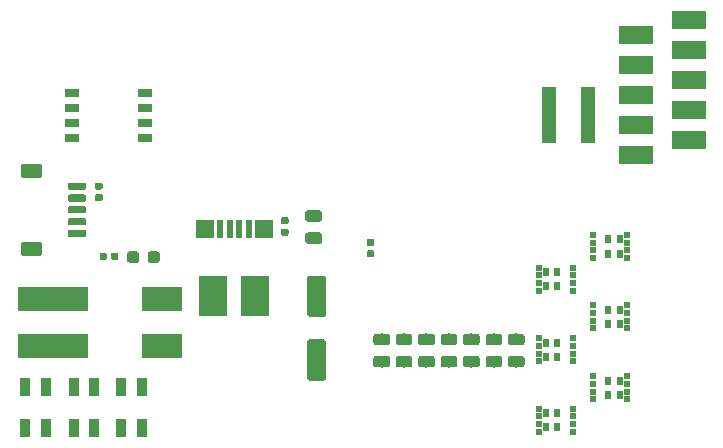
<source format=gbr>
G04 #@! TF.GenerationSoftware,KiCad,Pcbnew,5.1.3-ffb9f22~84~ubuntu18.04.1*
G04 #@! TF.CreationDate,2019-10-12T08:12:31-07:00*
G04 #@! TF.ProjectId,board,626f6172-642e-46b6-9963-61645f706362,rev?*
G04 #@! TF.SameCoordinates,Original*
G04 #@! TF.FileFunction,Paste,Top*
G04 #@! TF.FilePolarity,Positive*
%FSLAX46Y46*%
G04 Gerber Fmt 4.6, Leading zero omitted, Abs format (unit mm)*
G04 Created by KiCad (PCBNEW 5.1.3-ffb9f22~84~ubuntu18.04.1) date 2019-10-12 08:12:31*
%MOMM*%
%LPD*%
G04 APERTURE LIST*
%ADD10C,0.100000*%
%ADD11C,0.975000*%
%ADD12C,0.600000*%
%ADD13C,1.200000*%
%ADD14R,0.570000X0.738000*%
%ADD15R,0.630000X0.500000*%
%ADD16R,1.250000X0.760000*%
%ADD17R,0.850000X1.600000*%
%ADD18C,1.600000*%
%ADD19R,3.000000X1.500000*%
%ADD20C,0.950000*%
%ADD21C,0.590000*%
%ADD22R,3.500000X2.000000*%
%ADD23R,6.000000X2.000000*%
%ADD24R,1.500000X1.600000*%
%ADD25R,0.500000X1.600000*%
%ADD26R,2.400000X3.480000*%
%ADD27R,1.180000X4.700000*%
G04 APERTURE END LIST*
D10*
G36*
X119225142Y-121101174D02*
G01*
X119248803Y-121104684D01*
X119272007Y-121110496D01*
X119294529Y-121118554D01*
X119316153Y-121128782D01*
X119336670Y-121141079D01*
X119355883Y-121155329D01*
X119373607Y-121171393D01*
X119389671Y-121189117D01*
X119403921Y-121208330D01*
X119416218Y-121228847D01*
X119426446Y-121250471D01*
X119434504Y-121272993D01*
X119440316Y-121296197D01*
X119443826Y-121319858D01*
X119445000Y-121343750D01*
X119445000Y-121831250D01*
X119443826Y-121855142D01*
X119440316Y-121878803D01*
X119434504Y-121902007D01*
X119426446Y-121924529D01*
X119416218Y-121946153D01*
X119403921Y-121966670D01*
X119389671Y-121985883D01*
X119373607Y-122003607D01*
X119355883Y-122019671D01*
X119336670Y-122033921D01*
X119316153Y-122046218D01*
X119294529Y-122056446D01*
X119272007Y-122064504D01*
X119248803Y-122070316D01*
X119225142Y-122073826D01*
X119201250Y-122075000D01*
X118288750Y-122075000D01*
X118264858Y-122073826D01*
X118241197Y-122070316D01*
X118217993Y-122064504D01*
X118195471Y-122056446D01*
X118173847Y-122046218D01*
X118153330Y-122033921D01*
X118134117Y-122019671D01*
X118116393Y-122003607D01*
X118100329Y-121985883D01*
X118086079Y-121966670D01*
X118073782Y-121946153D01*
X118063554Y-121924529D01*
X118055496Y-121902007D01*
X118049684Y-121878803D01*
X118046174Y-121855142D01*
X118045000Y-121831250D01*
X118045000Y-121343750D01*
X118046174Y-121319858D01*
X118049684Y-121296197D01*
X118055496Y-121272993D01*
X118063554Y-121250471D01*
X118073782Y-121228847D01*
X118086079Y-121208330D01*
X118100329Y-121189117D01*
X118116393Y-121171393D01*
X118134117Y-121155329D01*
X118153330Y-121141079D01*
X118173847Y-121128782D01*
X118195471Y-121118554D01*
X118217993Y-121110496D01*
X118241197Y-121104684D01*
X118264858Y-121101174D01*
X118288750Y-121100000D01*
X119201250Y-121100000D01*
X119225142Y-121101174D01*
X119225142Y-121101174D01*
G37*
D11*
X118745000Y-121587500D03*
D10*
G36*
X119225142Y-119226174D02*
G01*
X119248803Y-119229684D01*
X119272007Y-119235496D01*
X119294529Y-119243554D01*
X119316153Y-119253782D01*
X119336670Y-119266079D01*
X119355883Y-119280329D01*
X119373607Y-119296393D01*
X119389671Y-119314117D01*
X119403921Y-119333330D01*
X119416218Y-119353847D01*
X119426446Y-119375471D01*
X119434504Y-119397993D01*
X119440316Y-119421197D01*
X119443826Y-119444858D01*
X119445000Y-119468750D01*
X119445000Y-119956250D01*
X119443826Y-119980142D01*
X119440316Y-120003803D01*
X119434504Y-120027007D01*
X119426446Y-120049529D01*
X119416218Y-120071153D01*
X119403921Y-120091670D01*
X119389671Y-120110883D01*
X119373607Y-120128607D01*
X119355883Y-120144671D01*
X119336670Y-120158921D01*
X119316153Y-120171218D01*
X119294529Y-120181446D01*
X119272007Y-120189504D01*
X119248803Y-120195316D01*
X119225142Y-120198826D01*
X119201250Y-120200000D01*
X118288750Y-120200000D01*
X118264858Y-120198826D01*
X118241197Y-120195316D01*
X118217993Y-120189504D01*
X118195471Y-120181446D01*
X118173847Y-120171218D01*
X118153330Y-120158921D01*
X118134117Y-120144671D01*
X118116393Y-120128607D01*
X118100329Y-120110883D01*
X118086079Y-120091670D01*
X118073782Y-120071153D01*
X118063554Y-120049529D01*
X118055496Y-120027007D01*
X118049684Y-120003803D01*
X118046174Y-119980142D01*
X118045000Y-119956250D01*
X118045000Y-119468750D01*
X118046174Y-119444858D01*
X118049684Y-119421197D01*
X118055496Y-119397993D01*
X118063554Y-119375471D01*
X118073782Y-119353847D01*
X118086079Y-119333330D01*
X118100329Y-119314117D01*
X118116393Y-119296393D01*
X118134117Y-119280329D01*
X118153330Y-119266079D01*
X118173847Y-119253782D01*
X118195471Y-119243554D01*
X118217993Y-119235496D01*
X118241197Y-119229684D01*
X118264858Y-119226174D01*
X118288750Y-119225000D01*
X119201250Y-119225000D01*
X119225142Y-119226174D01*
X119225142Y-119226174D01*
G37*
D11*
X118745000Y-119712500D03*
D10*
G36*
X99350203Y-116890222D02*
G01*
X99364764Y-116892382D01*
X99379043Y-116895959D01*
X99392903Y-116900918D01*
X99406210Y-116907212D01*
X99418836Y-116914780D01*
X99430659Y-116923548D01*
X99441566Y-116933434D01*
X99451452Y-116944341D01*
X99460220Y-116956164D01*
X99467788Y-116968790D01*
X99474082Y-116982097D01*
X99479041Y-116995957D01*
X99482618Y-117010236D01*
X99484778Y-117024797D01*
X99485500Y-117039500D01*
X99485500Y-117339500D01*
X99484778Y-117354203D01*
X99482618Y-117368764D01*
X99479041Y-117383043D01*
X99474082Y-117396903D01*
X99467788Y-117410210D01*
X99460220Y-117422836D01*
X99451452Y-117434659D01*
X99441566Y-117445566D01*
X99430659Y-117455452D01*
X99418836Y-117464220D01*
X99406210Y-117471788D01*
X99392903Y-117478082D01*
X99379043Y-117483041D01*
X99364764Y-117486618D01*
X99350203Y-117488778D01*
X99335500Y-117489500D01*
X98085500Y-117489500D01*
X98070797Y-117488778D01*
X98056236Y-117486618D01*
X98041957Y-117483041D01*
X98028097Y-117478082D01*
X98014790Y-117471788D01*
X98002164Y-117464220D01*
X97990341Y-117455452D01*
X97979434Y-117445566D01*
X97969548Y-117434659D01*
X97960780Y-117422836D01*
X97953212Y-117410210D01*
X97946918Y-117396903D01*
X97941959Y-117383043D01*
X97938382Y-117368764D01*
X97936222Y-117354203D01*
X97935500Y-117339500D01*
X97935500Y-117039500D01*
X97936222Y-117024797D01*
X97938382Y-117010236D01*
X97941959Y-116995957D01*
X97946918Y-116982097D01*
X97953212Y-116968790D01*
X97960780Y-116956164D01*
X97969548Y-116944341D01*
X97979434Y-116933434D01*
X97990341Y-116923548D01*
X98002164Y-116914780D01*
X98014790Y-116907212D01*
X98028097Y-116900918D01*
X98041957Y-116895959D01*
X98056236Y-116892382D01*
X98070797Y-116890222D01*
X98085500Y-116889500D01*
X99335500Y-116889500D01*
X99350203Y-116890222D01*
X99350203Y-116890222D01*
G37*
D12*
X98710500Y-117189500D03*
D10*
G36*
X99350203Y-117890222D02*
G01*
X99364764Y-117892382D01*
X99379043Y-117895959D01*
X99392903Y-117900918D01*
X99406210Y-117907212D01*
X99418836Y-117914780D01*
X99430659Y-117923548D01*
X99441566Y-117933434D01*
X99451452Y-117944341D01*
X99460220Y-117956164D01*
X99467788Y-117968790D01*
X99474082Y-117982097D01*
X99479041Y-117995957D01*
X99482618Y-118010236D01*
X99484778Y-118024797D01*
X99485500Y-118039500D01*
X99485500Y-118339500D01*
X99484778Y-118354203D01*
X99482618Y-118368764D01*
X99479041Y-118383043D01*
X99474082Y-118396903D01*
X99467788Y-118410210D01*
X99460220Y-118422836D01*
X99451452Y-118434659D01*
X99441566Y-118445566D01*
X99430659Y-118455452D01*
X99418836Y-118464220D01*
X99406210Y-118471788D01*
X99392903Y-118478082D01*
X99379043Y-118483041D01*
X99364764Y-118486618D01*
X99350203Y-118488778D01*
X99335500Y-118489500D01*
X98085500Y-118489500D01*
X98070797Y-118488778D01*
X98056236Y-118486618D01*
X98041957Y-118483041D01*
X98028097Y-118478082D01*
X98014790Y-118471788D01*
X98002164Y-118464220D01*
X97990341Y-118455452D01*
X97979434Y-118445566D01*
X97969548Y-118434659D01*
X97960780Y-118422836D01*
X97953212Y-118410210D01*
X97946918Y-118396903D01*
X97941959Y-118383043D01*
X97938382Y-118368764D01*
X97936222Y-118354203D01*
X97935500Y-118339500D01*
X97935500Y-118039500D01*
X97936222Y-118024797D01*
X97938382Y-118010236D01*
X97941959Y-117995957D01*
X97946918Y-117982097D01*
X97953212Y-117968790D01*
X97960780Y-117956164D01*
X97969548Y-117944341D01*
X97979434Y-117933434D01*
X97990341Y-117923548D01*
X98002164Y-117914780D01*
X98014790Y-117907212D01*
X98028097Y-117900918D01*
X98041957Y-117895959D01*
X98056236Y-117892382D01*
X98070797Y-117890222D01*
X98085500Y-117889500D01*
X99335500Y-117889500D01*
X99350203Y-117890222D01*
X99350203Y-117890222D01*
G37*
D12*
X98710500Y-118189500D03*
D10*
G36*
X99350203Y-118890222D02*
G01*
X99364764Y-118892382D01*
X99379043Y-118895959D01*
X99392903Y-118900918D01*
X99406210Y-118907212D01*
X99418836Y-118914780D01*
X99430659Y-118923548D01*
X99441566Y-118933434D01*
X99451452Y-118944341D01*
X99460220Y-118956164D01*
X99467788Y-118968790D01*
X99474082Y-118982097D01*
X99479041Y-118995957D01*
X99482618Y-119010236D01*
X99484778Y-119024797D01*
X99485500Y-119039500D01*
X99485500Y-119339500D01*
X99484778Y-119354203D01*
X99482618Y-119368764D01*
X99479041Y-119383043D01*
X99474082Y-119396903D01*
X99467788Y-119410210D01*
X99460220Y-119422836D01*
X99451452Y-119434659D01*
X99441566Y-119445566D01*
X99430659Y-119455452D01*
X99418836Y-119464220D01*
X99406210Y-119471788D01*
X99392903Y-119478082D01*
X99379043Y-119483041D01*
X99364764Y-119486618D01*
X99350203Y-119488778D01*
X99335500Y-119489500D01*
X98085500Y-119489500D01*
X98070797Y-119488778D01*
X98056236Y-119486618D01*
X98041957Y-119483041D01*
X98028097Y-119478082D01*
X98014790Y-119471788D01*
X98002164Y-119464220D01*
X97990341Y-119455452D01*
X97979434Y-119445566D01*
X97969548Y-119434659D01*
X97960780Y-119422836D01*
X97953212Y-119410210D01*
X97946918Y-119396903D01*
X97941959Y-119383043D01*
X97938382Y-119368764D01*
X97936222Y-119354203D01*
X97935500Y-119339500D01*
X97935500Y-119039500D01*
X97936222Y-119024797D01*
X97938382Y-119010236D01*
X97941959Y-118995957D01*
X97946918Y-118982097D01*
X97953212Y-118968790D01*
X97960780Y-118956164D01*
X97969548Y-118944341D01*
X97979434Y-118933434D01*
X97990341Y-118923548D01*
X98002164Y-118914780D01*
X98014790Y-118907212D01*
X98028097Y-118900918D01*
X98041957Y-118895959D01*
X98056236Y-118892382D01*
X98070797Y-118890222D01*
X98085500Y-118889500D01*
X99335500Y-118889500D01*
X99350203Y-118890222D01*
X99350203Y-118890222D01*
G37*
D12*
X98710500Y-119189500D03*
D10*
G36*
X99350203Y-119890222D02*
G01*
X99364764Y-119892382D01*
X99379043Y-119895959D01*
X99392903Y-119900918D01*
X99406210Y-119907212D01*
X99418836Y-119914780D01*
X99430659Y-119923548D01*
X99441566Y-119933434D01*
X99451452Y-119944341D01*
X99460220Y-119956164D01*
X99467788Y-119968790D01*
X99474082Y-119982097D01*
X99479041Y-119995957D01*
X99482618Y-120010236D01*
X99484778Y-120024797D01*
X99485500Y-120039500D01*
X99485500Y-120339500D01*
X99484778Y-120354203D01*
X99482618Y-120368764D01*
X99479041Y-120383043D01*
X99474082Y-120396903D01*
X99467788Y-120410210D01*
X99460220Y-120422836D01*
X99451452Y-120434659D01*
X99441566Y-120445566D01*
X99430659Y-120455452D01*
X99418836Y-120464220D01*
X99406210Y-120471788D01*
X99392903Y-120478082D01*
X99379043Y-120483041D01*
X99364764Y-120486618D01*
X99350203Y-120488778D01*
X99335500Y-120489500D01*
X98085500Y-120489500D01*
X98070797Y-120488778D01*
X98056236Y-120486618D01*
X98041957Y-120483041D01*
X98028097Y-120478082D01*
X98014790Y-120471788D01*
X98002164Y-120464220D01*
X97990341Y-120455452D01*
X97979434Y-120445566D01*
X97969548Y-120434659D01*
X97960780Y-120422836D01*
X97953212Y-120410210D01*
X97946918Y-120396903D01*
X97941959Y-120383043D01*
X97938382Y-120368764D01*
X97936222Y-120354203D01*
X97935500Y-120339500D01*
X97935500Y-120039500D01*
X97936222Y-120024797D01*
X97938382Y-120010236D01*
X97941959Y-119995957D01*
X97946918Y-119982097D01*
X97953212Y-119968790D01*
X97960780Y-119956164D01*
X97969548Y-119944341D01*
X97979434Y-119933434D01*
X97990341Y-119923548D01*
X98002164Y-119914780D01*
X98014790Y-119907212D01*
X98028097Y-119900918D01*
X98041957Y-119895959D01*
X98056236Y-119892382D01*
X98070797Y-119890222D01*
X98085500Y-119889500D01*
X99335500Y-119889500D01*
X99350203Y-119890222D01*
X99350203Y-119890222D01*
G37*
D12*
X98710500Y-120189500D03*
D10*
G36*
X99350203Y-120890222D02*
G01*
X99364764Y-120892382D01*
X99379043Y-120895959D01*
X99392903Y-120900918D01*
X99406210Y-120907212D01*
X99418836Y-120914780D01*
X99430659Y-120923548D01*
X99441566Y-120933434D01*
X99451452Y-120944341D01*
X99460220Y-120956164D01*
X99467788Y-120968790D01*
X99474082Y-120982097D01*
X99479041Y-120995957D01*
X99482618Y-121010236D01*
X99484778Y-121024797D01*
X99485500Y-121039500D01*
X99485500Y-121339500D01*
X99484778Y-121354203D01*
X99482618Y-121368764D01*
X99479041Y-121383043D01*
X99474082Y-121396903D01*
X99467788Y-121410210D01*
X99460220Y-121422836D01*
X99451452Y-121434659D01*
X99441566Y-121445566D01*
X99430659Y-121455452D01*
X99418836Y-121464220D01*
X99406210Y-121471788D01*
X99392903Y-121478082D01*
X99379043Y-121483041D01*
X99364764Y-121486618D01*
X99350203Y-121488778D01*
X99335500Y-121489500D01*
X98085500Y-121489500D01*
X98070797Y-121488778D01*
X98056236Y-121486618D01*
X98041957Y-121483041D01*
X98028097Y-121478082D01*
X98014790Y-121471788D01*
X98002164Y-121464220D01*
X97990341Y-121455452D01*
X97979434Y-121445566D01*
X97969548Y-121434659D01*
X97960780Y-121422836D01*
X97953212Y-121410210D01*
X97946918Y-121396903D01*
X97941959Y-121383043D01*
X97938382Y-121368764D01*
X97936222Y-121354203D01*
X97935500Y-121339500D01*
X97935500Y-121039500D01*
X97936222Y-121024797D01*
X97938382Y-121010236D01*
X97941959Y-120995957D01*
X97946918Y-120982097D01*
X97953212Y-120968790D01*
X97960780Y-120956164D01*
X97969548Y-120944341D01*
X97979434Y-120933434D01*
X97990341Y-120923548D01*
X98002164Y-120914780D01*
X98014790Y-120907212D01*
X98028097Y-120900918D01*
X98041957Y-120895959D01*
X98056236Y-120892382D01*
X98070797Y-120890222D01*
X98085500Y-120889500D01*
X99335500Y-120889500D01*
X99350203Y-120890222D01*
X99350203Y-120890222D01*
G37*
D12*
X98710500Y-121189500D03*
D10*
G36*
X95510005Y-115290704D02*
G01*
X95534273Y-115294304D01*
X95558072Y-115300265D01*
X95581171Y-115308530D01*
X95603350Y-115319020D01*
X95624393Y-115331632D01*
X95644099Y-115346247D01*
X95662277Y-115362723D01*
X95678753Y-115380901D01*
X95693368Y-115400607D01*
X95705980Y-115421650D01*
X95716470Y-115443829D01*
X95724735Y-115466928D01*
X95730696Y-115490727D01*
X95734296Y-115514995D01*
X95735500Y-115539499D01*
X95735500Y-116239501D01*
X95734296Y-116264005D01*
X95730696Y-116288273D01*
X95724735Y-116312072D01*
X95716470Y-116335171D01*
X95705980Y-116357350D01*
X95693368Y-116378393D01*
X95678753Y-116398099D01*
X95662277Y-116416277D01*
X95644099Y-116432753D01*
X95624393Y-116447368D01*
X95603350Y-116459980D01*
X95581171Y-116470470D01*
X95558072Y-116478735D01*
X95534273Y-116484696D01*
X95510005Y-116488296D01*
X95485501Y-116489500D01*
X94185499Y-116489500D01*
X94160995Y-116488296D01*
X94136727Y-116484696D01*
X94112928Y-116478735D01*
X94089829Y-116470470D01*
X94067650Y-116459980D01*
X94046607Y-116447368D01*
X94026901Y-116432753D01*
X94008723Y-116416277D01*
X93992247Y-116398099D01*
X93977632Y-116378393D01*
X93965020Y-116357350D01*
X93954530Y-116335171D01*
X93946265Y-116312072D01*
X93940304Y-116288273D01*
X93936704Y-116264005D01*
X93935500Y-116239501D01*
X93935500Y-115539499D01*
X93936704Y-115514995D01*
X93940304Y-115490727D01*
X93946265Y-115466928D01*
X93954530Y-115443829D01*
X93965020Y-115421650D01*
X93977632Y-115400607D01*
X93992247Y-115380901D01*
X94008723Y-115362723D01*
X94026901Y-115346247D01*
X94046607Y-115331632D01*
X94067650Y-115319020D01*
X94089829Y-115308530D01*
X94112928Y-115300265D01*
X94136727Y-115294304D01*
X94160995Y-115290704D01*
X94185499Y-115289500D01*
X95485501Y-115289500D01*
X95510005Y-115290704D01*
X95510005Y-115290704D01*
G37*
D13*
X94835500Y-115889500D03*
D10*
G36*
X95510005Y-121890704D02*
G01*
X95534273Y-121894304D01*
X95558072Y-121900265D01*
X95581171Y-121908530D01*
X95603350Y-121919020D01*
X95624393Y-121931632D01*
X95644099Y-121946247D01*
X95662277Y-121962723D01*
X95678753Y-121980901D01*
X95693368Y-122000607D01*
X95705980Y-122021650D01*
X95716470Y-122043829D01*
X95724735Y-122066928D01*
X95730696Y-122090727D01*
X95734296Y-122114995D01*
X95735500Y-122139499D01*
X95735500Y-122839501D01*
X95734296Y-122864005D01*
X95730696Y-122888273D01*
X95724735Y-122912072D01*
X95716470Y-122935171D01*
X95705980Y-122957350D01*
X95693368Y-122978393D01*
X95678753Y-122998099D01*
X95662277Y-123016277D01*
X95644099Y-123032753D01*
X95624393Y-123047368D01*
X95603350Y-123059980D01*
X95581171Y-123070470D01*
X95558072Y-123078735D01*
X95534273Y-123084696D01*
X95510005Y-123088296D01*
X95485501Y-123089500D01*
X94185499Y-123089500D01*
X94160995Y-123088296D01*
X94136727Y-123084696D01*
X94112928Y-123078735D01*
X94089829Y-123070470D01*
X94067650Y-123059980D01*
X94046607Y-123047368D01*
X94026901Y-123032753D01*
X94008723Y-123016277D01*
X93992247Y-122998099D01*
X93977632Y-122978393D01*
X93965020Y-122957350D01*
X93954530Y-122935171D01*
X93946265Y-122912072D01*
X93940304Y-122888273D01*
X93936704Y-122864005D01*
X93935500Y-122839501D01*
X93935500Y-122139499D01*
X93936704Y-122114995D01*
X93940304Y-122090727D01*
X93946265Y-122066928D01*
X93954530Y-122043829D01*
X93965020Y-122021650D01*
X93977632Y-122000607D01*
X93992247Y-121980901D01*
X94008723Y-121962723D01*
X94026901Y-121946247D01*
X94046607Y-121931632D01*
X94067650Y-121919020D01*
X94089829Y-121908530D01*
X94112928Y-121900265D01*
X94136727Y-121894304D01*
X94160995Y-121890704D01*
X94185499Y-121889500D01*
X95485501Y-121889500D01*
X95510005Y-121890704D01*
X95510005Y-121890704D01*
G37*
D13*
X94835500Y-122489500D03*
D14*
X139340000Y-131660000D03*
X139340000Y-130440000D03*
X138390000Y-131660000D03*
X138390000Y-130440000D03*
D15*
X137810000Y-132020000D03*
X137810000Y-131380000D03*
X137810000Y-130720000D03*
X137810000Y-130080000D03*
X140690000Y-130080000D03*
X140690000Y-130720000D03*
X140690000Y-131380000D03*
X140690000Y-132020000D03*
D16*
X104475000Y-113105000D03*
X98325000Y-109295000D03*
X104475000Y-111835000D03*
X98325000Y-110565000D03*
X104475000Y-110565000D03*
X98325000Y-111835000D03*
X104475000Y-109295000D03*
X98325000Y-113105000D03*
D17*
X100175000Y-134150000D03*
X98425000Y-134150000D03*
X100175000Y-137650000D03*
X98425000Y-137650000D03*
X94325000Y-137650000D03*
X96075000Y-137650000D03*
X94325000Y-134150000D03*
X96075000Y-134150000D03*
D10*
G36*
X128780142Y-129676174D02*
G01*
X128803803Y-129679684D01*
X128827007Y-129685496D01*
X128849529Y-129693554D01*
X128871153Y-129703782D01*
X128891670Y-129716079D01*
X128910883Y-129730329D01*
X128928607Y-129746393D01*
X128944671Y-129764117D01*
X128958921Y-129783330D01*
X128971218Y-129803847D01*
X128981446Y-129825471D01*
X128989504Y-129847993D01*
X128995316Y-129871197D01*
X128998826Y-129894858D01*
X129000000Y-129918750D01*
X129000000Y-130406250D01*
X128998826Y-130430142D01*
X128995316Y-130453803D01*
X128989504Y-130477007D01*
X128981446Y-130499529D01*
X128971218Y-130521153D01*
X128958921Y-130541670D01*
X128944671Y-130560883D01*
X128928607Y-130578607D01*
X128910883Y-130594671D01*
X128891670Y-130608921D01*
X128871153Y-130621218D01*
X128849529Y-130631446D01*
X128827007Y-130639504D01*
X128803803Y-130645316D01*
X128780142Y-130648826D01*
X128756250Y-130650000D01*
X127843750Y-130650000D01*
X127819858Y-130648826D01*
X127796197Y-130645316D01*
X127772993Y-130639504D01*
X127750471Y-130631446D01*
X127728847Y-130621218D01*
X127708330Y-130608921D01*
X127689117Y-130594671D01*
X127671393Y-130578607D01*
X127655329Y-130560883D01*
X127641079Y-130541670D01*
X127628782Y-130521153D01*
X127618554Y-130499529D01*
X127610496Y-130477007D01*
X127604684Y-130453803D01*
X127601174Y-130430142D01*
X127600000Y-130406250D01*
X127600000Y-129918750D01*
X127601174Y-129894858D01*
X127604684Y-129871197D01*
X127610496Y-129847993D01*
X127618554Y-129825471D01*
X127628782Y-129803847D01*
X127641079Y-129783330D01*
X127655329Y-129764117D01*
X127671393Y-129746393D01*
X127689117Y-129730329D01*
X127708330Y-129716079D01*
X127728847Y-129703782D01*
X127750471Y-129693554D01*
X127772993Y-129685496D01*
X127796197Y-129679684D01*
X127819858Y-129676174D01*
X127843750Y-129675000D01*
X128756250Y-129675000D01*
X128780142Y-129676174D01*
X128780142Y-129676174D01*
G37*
D11*
X128300000Y-130162500D03*
D10*
G36*
X128780142Y-131551174D02*
G01*
X128803803Y-131554684D01*
X128827007Y-131560496D01*
X128849529Y-131568554D01*
X128871153Y-131578782D01*
X128891670Y-131591079D01*
X128910883Y-131605329D01*
X128928607Y-131621393D01*
X128944671Y-131639117D01*
X128958921Y-131658330D01*
X128971218Y-131678847D01*
X128981446Y-131700471D01*
X128989504Y-131722993D01*
X128995316Y-131746197D01*
X128998826Y-131769858D01*
X129000000Y-131793750D01*
X129000000Y-132281250D01*
X128998826Y-132305142D01*
X128995316Y-132328803D01*
X128989504Y-132352007D01*
X128981446Y-132374529D01*
X128971218Y-132396153D01*
X128958921Y-132416670D01*
X128944671Y-132435883D01*
X128928607Y-132453607D01*
X128910883Y-132469671D01*
X128891670Y-132483921D01*
X128871153Y-132496218D01*
X128849529Y-132506446D01*
X128827007Y-132514504D01*
X128803803Y-132520316D01*
X128780142Y-132523826D01*
X128756250Y-132525000D01*
X127843750Y-132525000D01*
X127819858Y-132523826D01*
X127796197Y-132520316D01*
X127772993Y-132514504D01*
X127750471Y-132506446D01*
X127728847Y-132496218D01*
X127708330Y-132483921D01*
X127689117Y-132469671D01*
X127671393Y-132453607D01*
X127655329Y-132435883D01*
X127641079Y-132416670D01*
X127628782Y-132396153D01*
X127618554Y-132374529D01*
X127610496Y-132352007D01*
X127604684Y-132328803D01*
X127601174Y-132305142D01*
X127600000Y-132281250D01*
X127600000Y-131793750D01*
X127601174Y-131769858D01*
X127604684Y-131746197D01*
X127610496Y-131722993D01*
X127618554Y-131700471D01*
X127628782Y-131678847D01*
X127641079Y-131658330D01*
X127655329Y-131639117D01*
X127671393Y-131621393D01*
X127689117Y-131605329D01*
X127708330Y-131591079D01*
X127728847Y-131578782D01*
X127750471Y-131568554D01*
X127772993Y-131560496D01*
X127796197Y-131554684D01*
X127819858Y-131551174D01*
X127843750Y-131550000D01*
X128756250Y-131550000D01*
X128780142Y-131551174D01*
X128780142Y-131551174D01*
G37*
D11*
X128300000Y-132037500D03*
D10*
G36*
X134480142Y-131551174D02*
G01*
X134503803Y-131554684D01*
X134527007Y-131560496D01*
X134549529Y-131568554D01*
X134571153Y-131578782D01*
X134591670Y-131591079D01*
X134610883Y-131605329D01*
X134628607Y-131621393D01*
X134644671Y-131639117D01*
X134658921Y-131658330D01*
X134671218Y-131678847D01*
X134681446Y-131700471D01*
X134689504Y-131722993D01*
X134695316Y-131746197D01*
X134698826Y-131769858D01*
X134700000Y-131793750D01*
X134700000Y-132281250D01*
X134698826Y-132305142D01*
X134695316Y-132328803D01*
X134689504Y-132352007D01*
X134681446Y-132374529D01*
X134671218Y-132396153D01*
X134658921Y-132416670D01*
X134644671Y-132435883D01*
X134628607Y-132453607D01*
X134610883Y-132469671D01*
X134591670Y-132483921D01*
X134571153Y-132496218D01*
X134549529Y-132506446D01*
X134527007Y-132514504D01*
X134503803Y-132520316D01*
X134480142Y-132523826D01*
X134456250Y-132525000D01*
X133543750Y-132525000D01*
X133519858Y-132523826D01*
X133496197Y-132520316D01*
X133472993Y-132514504D01*
X133450471Y-132506446D01*
X133428847Y-132496218D01*
X133408330Y-132483921D01*
X133389117Y-132469671D01*
X133371393Y-132453607D01*
X133355329Y-132435883D01*
X133341079Y-132416670D01*
X133328782Y-132396153D01*
X133318554Y-132374529D01*
X133310496Y-132352007D01*
X133304684Y-132328803D01*
X133301174Y-132305142D01*
X133300000Y-132281250D01*
X133300000Y-131793750D01*
X133301174Y-131769858D01*
X133304684Y-131746197D01*
X133310496Y-131722993D01*
X133318554Y-131700471D01*
X133328782Y-131678847D01*
X133341079Y-131658330D01*
X133355329Y-131639117D01*
X133371393Y-131621393D01*
X133389117Y-131605329D01*
X133408330Y-131591079D01*
X133428847Y-131578782D01*
X133450471Y-131568554D01*
X133472993Y-131560496D01*
X133496197Y-131554684D01*
X133519858Y-131551174D01*
X133543750Y-131550000D01*
X134456250Y-131550000D01*
X134480142Y-131551174D01*
X134480142Y-131551174D01*
G37*
D11*
X134000000Y-132037500D03*
D10*
G36*
X134480142Y-129676174D02*
G01*
X134503803Y-129679684D01*
X134527007Y-129685496D01*
X134549529Y-129693554D01*
X134571153Y-129703782D01*
X134591670Y-129716079D01*
X134610883Y-129730329D01*
X134628607Y-129746393D01*
X134644671Y-129764117D01*
X134658921Y-129783330D01*
X134671218Y-129803847D01*
X134681446Y-129825471D01*
X134689504Y-129847993D01*
X134695316Y-129871197D01*
X134698826Y-129894858D01*
X134700000Y-129918750D01*
X134700000Y-130406250D01*
X134698826Y-130430142D01*
X134695316Y-130453803D01*
X134689504Y-130477007D01*
X134681446Y-130499529D01*
X134671218Y-130521153D01*
X134658921Y-130541670D01*
X134644671Y-130560883D01*
X134628607Y-130578607D01*
X134610883Y-130594671D01*
X134591670Y-130608921D01*
X134571153Y-130621218D01*
X134549529Y-130631446D01*
X134527007Y-130639504D01*
X134503803Y-130645316D01*
X134480142Y-130648826D01*
X134456250Y-130650000D01*
X133543750Y-130650000D01*
X133519858Y-130648826D01*
X133496197Y-130645316D01*
X133472993Y-130639504D01*
X133450471Y-130631446D01*
X133428847Y-130621218D01*
X133408330Y-130608921D01*
X133389117Y-130594671D01*
X133371393Y-130578607D01*
X133355329Y-130560883D01*
X133341079Y-130541670D01*
X133328782Y-130521153D01*
X133318554Y-130499529D01*
X133310496Y-130477007D01*
X133304684Y-130453803D01*
X133301174Y-130430142D01*
X133300000Y-130406250D01*
X133300000Y-129918750D01*
X133301174Y-129894858D01*
X133304684Y-129871197D01*
X133310496Y-129847993D01*
X133318554Y-129825471D01*
X133328782Y-129803847D01*
X133341079Y-129783330D01*
X133355329Y-129764117D01*
X133371393Y-129746393D01*
X133389117Y-129730329D01*
X133408330Y-129716079D01*
X133428847Y-129703782D01*
X133450471Y-129693554D01*
X133472993Y-129685496D01*
X133496197Y-129679684D01*
X133519858Y-129676174D01*
X133543750Y-129675000D01*
X134456250Y-129675000D01*
X134480142Y-129676174D01*
X134480142Y-129676174D01*
G37*
D11*
X134000000Y-130162500D03*
D10*
G36*
X132580142Y-129676174D02*
G01*
X132603803Y-129679684D01*
X132627007Y-129685496D01*
X132649529Y-129693554D01*
X132671153Y-129703782D01*
X132691670Y-129716079D01*
X132710883Y-129730329D01*
X132728607Y-129746393D01*
X132744671Y-129764117D01*
X132758921Y-129783330D01*
X132771218Y-129803847D01*
X132781446Y-129825471D01*
X132789504Y-129847993D01*
X132795316Y-129871197D01*
X132798826Y-129894858D01*
X132800000Y-129918750D01*
X132800000Y-130406250D01*
X132798826Y-130430142D01*
X132795316Y-130453803D01*
X132789504Y-130477007D01*
X132781446Y-130499529D01*
X132771218Y-130521153D01*
X132758921Y-130541670D01*
X132744671Y-130560883D01*
X132728607Y-130578607D01*
X132710883Y-130594671D01*
X132691670Y-130608921D01*
X132671153Y-130621218D01*
X132649529Y-130631446D01*
X132627007Y-130639504D01*
X132603803Y-130645316D01*
X132580142Y-130648826D01*
X132556250Y-130650000D01*
X131643750Y-130650000D01*
X131619858Y-130648826D01*
X131596197Y-130645316D01*
X131572993Y-130639504D01*
X131550471Y-130631446D01*
X131528847Y-130621218D01*
X131508330Y-130608921D01*
X131489117Y-130594671D01*
X131471393Y-130578607D01*
X131455329Y-130560883D01*
X131441079Y-130541670D01*
X131428782Y-130521153D01*
X131418554Y-130499529D01*
X131410496Y-130477007D01*
X131404684Y-130453803D01*
X131401174Y-130430142D01*
X131400000Y-130406250D01*
X131400000Y-129918750D01*
X131401174Y-129894858D01*
X131404684Y-129871197D01*
X131410496Y-129847993D01*
X131418554Y-129825471D01*
X131428782Y-129803847D01*
X131441079Y-129783330D01*
X131455329Y-129764117D01*
X131471393Y-129746393D01*
X131489117Y-129730329D01*
X131508330Y-129716079D01*
X131528847Y-129703782D01*
X131550471Y-129693554D01*
X131572993Y-129685496D01*
X131596197Y-129679684D01*
X131619858Y-129676174D01*
X131643750Y-129675000D01*
X132556250Y-129675000D01*
X132580142Y-129676174D01*
X132580142Y-129676174D01*
G37*
D11*
X132100000Y-130162500D03*
D10*
G36*
X132580142Y-131551174D02*
G01*
X132603803Y-131554684D01*
X132627007Y-131560496D01*
X132649529Y-131568554D01*
X132671153Y-131578782D01*
X132691670Y-131591079D01*
X132710883Y-131605329D01*
X132728607Y-131621393D01*
X132744671Y-131639117D01*
X132758921Y-131658330D01*
X132771218Y-131678847D01*
X132781446Y-131700471D01*
X132789504Y-131722993D01*
X132795316Y-131746197D01*
X132798826Y-131769858D01*
X132800000Y-131793750D01*
X132800000Y-132281250D01*
X132798826Y-132305142D01*
X132795316Y-132328803D01*
X132789504Y-132352007D01*
X132781446Y-132374529D01*
X132771218Y-132396153D01*
X132758921Y-132416670D01*
X132744671Y-132435883D01*
X132728607Y-132453607D01*
X132710883Y-132469671D01*
X132691670Y-132483921D01*
X132671153Y-132496218D01*
X132649529Y-132506446D01*
X132627007Y-132514504D01*
X132603803Y-132520316D01*
X132580142Y-132523826D01*
X132556250Y-132525000D01*
X131643750Y-132525000D01*
X131619858Y-132523826D01*
X131596197Y-132520316D01*
X131572993Y-132514504D01*
X131550471Y-132506446D01*
X131528847Y-132496218D01*
X131508330Y-132483921D01*
X131489117Y-132469671D01*
X131471393Y-132453607D01*
X131455329Y-132435883D01*
X131441079Y-132416670D01*
X131428782Y-132396153D01*
X131418554Y-132374529D01*
X131410496Y-132352007D01*
X131404684Y-132328803D01*
X131401174Y-132305142D01*
X131400000Y-132281250D01*
X131400000Y-131793750D01*
X131401174Y-131769858D01*
X131404684Y-131746197D01*
X131410496Y-131722993D01*
X131418554Y-131700471D01*
X131428782Y-131678847D01*
X131441079Y-131658330D01*
X131455329Y-131639117D01*
X131471393Y-131621393D01*
X131489117Y-131605329D01*
X131508330Y-131591079D01*
X131528847Y-131578782D01*
X131550471Y-131568554D01*
X131572993Y-131560496D01*
X131596197Y-131554684D01*
X131619858Y-131551174D01*
X131643750Y-131550000D01*
X132556250Y-131550000D01*
X132580142Y-131551174D01*
X132580142Y-131551174D01*
G37*
D11*
X132100000Y-132037500D03*
D10*
G36*
X119574504Y-124751204D02*
G01*
X119598773Y-124754804D01*
X119622571Y-124760765D01*
X119645671Y-124769030D01*
X119667849Y-124779520D01*
X119688893Y-124792133D01*
X119708598Y-124806747D01*
X119726777Y-124823223D01*
X119743253Y-124841402D01*
X119757867Y-124861107D01*
X119770480Y-124882151D01*
X119780970Y-124904329D01*
X119789235Y-124927429D01*
X119795196Y-124951227D01*
X119798796Y-124975496D01*
X119800000Y-125000000D01*
X119800000Y-128000000D01*
X119798796Y-128024504D01*
X119795196Y-128048773D01*
X119789235Y-128072571D01*
X119780970Y-128095671D01*
X119770480Y-128117849D01*
X119757867Y-128138893D01*
X119743253Y-128158598D01*
X119726777Y-128176777D01*
X119708598Y-128193253D01*
X119688893Y-128207867D01*
X119667849Y-128220480D01*
X119645671Y-128230970D01*
X119622571Y-128239235D01*
X119598773Y-128245196D01*
X119574504Y-128248796D01*
X119550000Y-128250000D01*
X118450000Y-128250000D01*
X118425496Y-128248796D01*
X118401227Y-128245196D01*
X118377429Y-128239235D01*
X118354329Y-128230970D01*
X118332151Y-128220480D01*
X118311107Y-128207867D01*
X118291402Y-128193253D01*
X118273223Y-128176777D01*
X118256747Y-128158598D01*
X118242133Y-128138893D01*
X118229520Y-128117849D01*
X118219030Y-128095671D01*
X118210765Y-128072571D01*
X118204804Y-128048773D01*
X118201204Y-128024504D01*
X118200000Y-128000000D01*
X118200000Y-125000000D01*
X118201204Y-124975496D01*
X118204804Y-124951227D01*
X118210765Y-124927429D01*
X118219030Y-124904329D01*
X118229520Y-124882151D01*
X118242133Y-124861107D01*
X118256747Y-124841402D01*
X118273223Y-124823223D01*
X118291402Y-124806747D01*
X118311107Y-124792133D01*
X118332151Y-124779520D01*
X118354329Y-124769030D01*
X118377429Y-124760765D01*
X118401227Y-124754804D01*
X118425496Y-124751204D01*
X118450000Y-124750000D01*
X119550000Y-124750000D01*
X119574504Y-124751204D01*
X119574504Y-124751204D01*
G37*
D18*
X119000000Y-126500000D03*
D10*
G36*
X119574504Y-130151204D02*
G01*
X119598773Y-130154804D01*
X119622571Y-130160765D01*
X119645671Y-130169030D01*
X119667849Y-130179520D01*
X119688893Y-130192133D01*
X119708598Y-130206747D01*
X119726777Y-130223223D01*
X119743253Y-130241402D01*
X119757867Y-130261107D01*
X119770480Y-130282151D01*
X119780970Y-130304329D01*
X119789235Y-130327429D01*
X119795196Y-130351227D01*
X119798796Y-130375496D01*
X119800000Y-130400000D01*
X119800000Y-133400000D01*
X119798796Y-133424504D01*
X119795196Y-133448773D01*
X119789235Y-133472571D01*
X119780970Y-133495671D01*
X119770480Y-133517849D01*
X119757867Y-133538893D01*
X119743253Y-133558598D01*
X119726777Y-133576777D01*
X119708598Y-133593253D01*
X119688893Y-133607867D01*
X119667849Y-133620480D01*
X119645671Y-133630970D01*
X119622571Y-133639235D01*
X119598773Y-133645196D01*
X119574504Y-133648796D01*
X119550000Y-133650000D01*
X118450000Y-133650000D01*
X118425496Y-133648796D01*
X118401227Y-133645196D01*
X118377429Y-133639235D01*
X118354329Y-133630970D01*
X118332151Y-133620480D01*
X118311107Y-133607867D01*
X118291402Y-133593253D01*
X118273223Y-133576777D01*
X118256747Y-133558598D01*
X118242133Y-133538893D01*
X118229520Y-133517849D01*
X118219030Y-133495671D01*
X118210765Y-133472571D01*
X118204804Y-133448773D01*
X118201204Y-133424504D01*
X118200000Y-133400000D01*
X118200000Y-130400000D01*
X118201204Y-130375496D01*
X118204804Y-130351227D01*
X118210765Y-130327429D01*
X118219030Y-130304329D01*
X118229520Y-130282151D01*
X118242133Y-130261107D01*
X118256747Y-130241402D01*
X118273223Y-130223223D01*
X118291402Y-130206747D01*
X118311107Y-130192133D01*
X118332151Y-130179520D01*
X118354329Y-130169030D01*
X118377429Y-130160765D01*
X118401227Y-130154804D01*
X118425496Y-130151204D01*
X118450000Y-130150000D01*
X119550000Y-130150000D01*
X119574504Y-130151204D01*
X119574504Y-130151204D01*
G37*
D18*
X119000000Y-131900000D03*
D19*
X145997200Y-114528600D03*
X145997200Y-111988600D03*
X145997200Y-109448600D03*
X145997200Y-106908600D03*
X145997200Y-104368600D03*
X150497200Y-113258600D03*
X150497200Y-110718600D03*
X150497200Y-108178600D03*
X150497200Y-105638600D03*
X150497200Y-103098600D03*
D10*
G36*
X105516279Y-122716144D02*
G01*
X105539334Y-122719563D01*
X105561943Y-122725227D01*
X105583887Y-122733079D01*
X105604957Y-122743044D01*
X105624948Y-122755026D01*
X105643668Y-122768910D01*
X105660938Y-122784562D01*
X105676590Y-122801832D01*
X105690474Y-122820552D01*
X105702456Y-122840543D01*
X105712421Y-122861613D01*
X105720273Y-122883557D01*
X105725937Y-122906166D01*
X105729356Y-122929221D01*
X105730500Y-122952500D01*
X105730500Y-123427500D01*
X105729356Y-123450779D01*
X105725937Y-123473834D01*
X105720273Y-123496443D01*
X105712421Y-123518387D01*
X105702456Y-123539457D01*
X105690474Y-123559448D01*
X105676590Y-123578168D01*
X105660938Y-123595438D01*
X105643668Y-123611090D01*
X105624948Y-123624974D01*
X105604957Y-123636956D01*
X105583887Y-123646921D01*
X105561943Y-123654773D01*
X105539334Y-123660437D01*
X105516279Y-123663856D01*
X105493000Y-123665000D01*
X104918000Y-123665000D01*
X104894721Y-123663856D01*
X104871666Y-123660437D01*
X104849057Y-123654773D01*
X104827113Y-123646921D01*
X104806043Y-123636956D01*
X104786052Y-123624974D01*
X104767332Y-123611090D01*
X104750062Y-123595438D01*
X104734410Y-123578168D01*
X104720526Y-123559448D01*
X104708544Y-123539457D01*
X104698579Y-123518387D01*
X104690727Y-123496443D01*
X104685063Y-123473834D01*
X104681644Y-123450779D01*
X104680500Y-123427500D01*
X104680500Y-122952500D01*
X104681644Y-122929221D01*
X104685063Y-122906166D01*
X104690727Y-122883557D01*
X104698579Y-122861613D01*
X104708544Y-122840543D01*
X104720526Y-122820552D01*
X104734410Y-122801832D01*
X104750062Y-122784562D01*
X104767332Y-122768910D01*
X104786052Y-122755026D01*
X104806043Y-122743044D01*
X104827113Y-122733079D01*
X104849057Y-122725227D01*
X104871666Y-122719563D01*
X104894721Y-122716144D01*
X104918000Y-122715000D01*
X105493000Y-122715000D01*
X105516279Y-122716144D01*
X105516279Y-122716144D01*
G37*
D20*
X105205500Y-123190000D03*
D10*
G36*
X103766279Y-122716144D02*
G01*
X103789334Y-122719563D01*
X103811943Y-122725227D01*
X103833887Y-122733079D01*
X103854957Y-122743044D01*
X103874948Y-122755026D01*
X103893668Y-122768910D01*
X103910938Y-122784562D01*
X103926590Y-122801832D01*
X103940474Y-122820552D01*
X103952456Y-122840543D01*
X103962421Y-122861613D01*
X103970273Y-122883557D01*
X103975937Y-122906166D01*
X103979356Y-122929221D01*
X103980500Y-122952500D01*
X103980500Y-123427500D01*
X103979356Y-123450779D01*
X103975937Y-123473834D01*
X103970273Y-123496443D01*
X103962421Y-123518387D01*
X103952456Y-123539457D01*
X103940474Y-123559448D01*
X103926590Y-123578168D01*
X103910938Y-123595438D01*
X103893668Y-123611090D01*
X103874948Y-123624974D01*
X103854957Y-123636956D01*
X103833887Y-123646921D01*
X103811943Y-123654773D01*
X103789334Y-123660437D01*
X103766279Y-123663856D01*
X103743000Y-123665000D01*
X103168000Y-123665000D01*
X103144721Y-123663856D01*
X103121666Y-123660437D01*
X103099057Y-123654773D01*
X103077113Y-123646921D01*
X103056043Y-123636956D01*
X103036052Y-123624974D01*
X103017332Y-123611090D01*
X103000062Y-123595438D01*
X102984410Y-123578168D01*
X102970526Y-123559448D01*
X102958544Y-123539457D01*
X102948579Y-123518387D01*
X102940727Y-123496443D01*
X102935063Y-123473834D01*
X102931644Y-123450779D01*
X102930500Y-123427500D01*
X102930500Y-122952500D01*
X102931644Y-122929221D01*
X102935063Y-122906166D01*
X102940727Y-122883557D01*
X102948579Y-122861613D01*
X102958544Y-122840543D01*
X102970526Y-122820552D01*
X102984410Y-122801832D01*
X103000062Y-122784562D01*
X103017332Y-122768910D01*
X103036052Y-122755026D01*
X103056043Y-122743044D01*
X103077113Y-122733079D01*
X103099057Y-122725227D01*
X103121666Y-122719563D01*
X103144721Y-122716144D01*
X103168000Y-122715000D01*
X103743000Y-122715000D01*
X103766279Y-122716144D01*
X103766279Y-122716144D01*
G37*
D20*
X103455500Y-123190000D03*
D10*
G36*
X101086458Y-122807210D02*
G01*
X101100776Y-122809334D01*
X101114817Y-122812851D01*
X101128446Y-122817728D01*
X101141531Y-122823917D01*
X101153947Y-122831358D01*
X101165573Y-122839981D01*
X101176298Y-122849702D01*
X101186019Y-122860427D01*
X101194642Y-122872053D01*
X101202083Y-122884469D01*
X101208272Y-122897554D01*
X101213149Y-122911183D01*
X101216666Y-122925224D01*
X101218790Y-122939542D01*
X101219500Y-122954000D01*
X101219500Y-123299000D01*
X101218790Y-123313458D01*
X101216666Y-123327776D01*
X101213149Y-123341817D01*
X101208272Y-123355446D01*
X101202083Y-123368531D01*
X101194642Y-123380947D01*
X101186019Y-123392573D01*
X101176298Y-123403298D01*
X101165573Y-123413019D01*
X101153947Y-123421642D01*
X101141531Y-123429083D01*
X101128446Y-123435272D01*
X101114817Y-123440149D01*
X101100776Y-123443666D01*
X101086458Y-123445790D01*
X101072000Y-123446500D01*
X100777000Y-123446500D01*
X100762542Y-123445790D01*
X100748224Y-123443666D01*
X100734183Y-123440149D01*
X100720554Y-123435272D01*
X100707469Y-123429083D01*
X100695053Y-123421642D01*
X100683427Y-123413019D01*
X100672702Y-123403298D01*
X100662981Y-123392573D01*
X100654358Y-123380947D01*
X100646917Y-123368531D01*
X100640728Y-123355446D01*
X100635851Y-123341817D01*
X100632334Y-123327776D01*
X100630210Y-123313458D01*
X100629500Y-123299000D01*
X100629500Y-122954000D01*
X100630210Y-122939542D01*
X100632334Y-122925224D01*
X100635851Y-122911183D01*
X100640728Y-122897554D01*
X100646917Y-122884469D01*
X100654358Y-122872053D01*
X100662981Y-122860427D01*
X100672702Y-122849702D01*
X100683427Y-122839981D01*
X100695053Y-122831358D01*
X100707469Y-122823917D01*
X100720554Y-122817728D01*
X100734183Y-122812851D01*
X100748224Y-122809334D01*
X100762542Y-122807210D01*
X100777000Y-122806500D01*
X101072000Y-122806500D01*
X101086458Y-122807210D01*
X101086458Y-122807210D01*
G37*
D21*
X100924500Y-123126500D03*
D10*
G36*
X102056458Y-122807210D02*
G01*
X102070776Y-122809334D01*
X102084817Y-122812851D01*
X102098446Y-122817728D01*
X102111531Y-122823917D01*
X102123947Y-122831358D01*
X102135573Y-122839981D01*
X102146298Y-122849702D01*
X102156019Y-122860427D01*
X102164642Y-122872053D01*
X102172083Y-122884469D01*
X102178272Y-122897554D01*
X102183149Y-122911183D01*
X102186666Y-122925224D01*
X102188790Y-122939542D01*
X102189500Y-122954000D01*
X102189500Y-123299000D01*
X102188790Y-123313458D01*
X102186666Y-123327776D01*
X102183149Y-123341817D01*
X102178272Y-123355446D01*
X102172083Y-123368531D01*
X102164642Y-123380947D01*
X102156019Y-123392573D01*
X102146298Y-123403298D01*
X102135573Y-123413019D01*
X102123947Y-123421642D01*
X102111531Y-123429083D01*
X102098446Y-123435272D01*
X102084817Y-123440149D01*
X102070776Y-123443666D01*
X102056458Y-123445790D01*
X102042000Y-123446500D01*
X101747000Y-123446500D01*
X101732542Y-123445790D01*
X101718224Y-123443666D01*
X101704183Y-123440149D01*
X101690554Y-123435272D01*
X101677469Y-123429083D01*
X101665053Y-123421642D01*
X101653427Y-123413019D01*
X101642702Y-123403298D01*
X101632981Y-123392573D01*
X101624358Y-123380947D01*
X101616917Y-123368531D01*
X101610728Y-123355446D01*
X101605851Y-123341817D01*
X101602334Y-123327776D01*
X101600210Y-123313458D01*
X101599500Y-123299000D01*
X101599500Y-122954000D01*
X101600210Y-122939542D01*
X101602334Y-122925224D01*
X101605851Y-122911183D01*
X101610728Y-122897554D01*
X101616917Y-122884469D01*
X101624358Y-122872053D01*
X101632981Y-122860427D01*
X101642702Y-122849702D01*
X101653427Y-122839981D01*
X101665053Y-122831358D01*
X101677469Y-122823917D01*
X101690554Y-122817728D01*
X101704183Y-122812851D01*
X101718224Y-122809334D01*
X101732542Y-122807210D01*
X101747000Y-122806500D01*
X102042000Y-122806500D01*
X102056458Y-122807210D01*
X102056458Y-122807210D01*
G37*
D21*
X101894500Y-123126500D03*
D22*
X105900000Y-130700000D03*
D23*
X96650000Y-130700000D03*
X96650000Y-126700000D03*
D22*
X105900000Y-126700000D03*
D14*
X139340000Y-125665000D03*
X139340000Y-124445000D03*
X138390000Y-125665000D03*
X138390000Y-124445000D03*
D15*
X137810000Y-126025000D03*
X137810000Y-125385000D03*
X137810000Y-124725000D03*
X137810000Y-124085000D03*
X140690000Y-124085000D03*
X140690000Y-124725000D03*
X140690000Y-125385000D03*
X140690000Y-126025000D03*
D14*
X143710000Y-121690000D03*
X143710000Y-122910000D03*
X144660000Y-121690000D03*
X144660000Y-122910000D03*
D15*
X145240000Y-121330000D03*
X145240000Y-121970000D03*
X145240000Y-122630000D03*
X145240000Y-123270000D03*
X142360000Y-123270000D03*
X142360000Y-122630000D03*
X142360000Y-121970000D03*
X142360000Y-121330000D03*
D14*
X143710000Y-127640000D03*
X143710000Y-128860000D03*
X144660000Y-127640000D03*
X144660000Y-128860000D03*
D15*
X145240000Y-127280000D03*
X145240000Y-127920000D03*
X145240000Y-128580000D03*
X145240000Y-129220000D03*
X142360000Y-129220000D03*
X142360000Y-128580000D03*
X142360000Y-127920000D03*
X142360000Y-127280000D03*
D14*
X139340000Y-137610000D03*
X139340000Y-136390000D03*
X138390000Y-137610000D03*
X138390000Y-136390000D03*
D15*
X137810000Y-137970000D03*
X137810000Y-137330000D03*
X137810000Y-136670000D03*
X137810000Y-136030000D03*
X140690000Y-136030000D03*
X140690000Y-136670000D03*
X140690000Y-137330000D03*
X140690000Y-137970000D03*
D14*
X143710000Y-133640000D03*
X143710000Y-134860000D03*
X144660000Y-133640000D03*
X144660000Y-134860000D03*
D15*
X145240000Y-133280000D03*
X145240000Y-133920000D03*
X145240000Y-134580000D03*
X145240000Y-135220000D03*
X142360000Y-135220000D03*
X142360000Y-134580000D03*
X142360000Y-133920000D03*
X142360000Y-133280000D03*
D10*
G36*
X124980142Y-131551174D02*
G01*
X125003803Y-131554684D01*
X125027007Y-131560496D01*
X125049529Y-131568554D01*
X125071153Y-131578782D01*
X125091670Y-131591079D01*
X125110883Y-131605329D01*
X125128607Y-131621393D01*
X125144671Y-131639117D01*
X125158921Y-131658330D01*
X125171218Y-131678847D01*
X125181446Y-131700471D01*
X125189504Y-131722993D01*
X125195316Y-131746197D01*
X125198826Y-131769858D01*
X125200000Y-131793750D01*
X125200000Y-132281250D01*
X125198826Y-132305142D01*
X125195316Y-132328803D01*
X125189504Y-132352007D01*
X125181446Y-132374529D01*
X125171218Y-132396153D01*
X125158921Y-132416670D01*
X125144671Y-132435883D01*
X125128607Y-132453607D01*
X125110883Y-132469671D01*
X125091670Y-132483921D01*
X125071153Y-132496218D01*
X125049529Y-132506446D01*
X125027007Y-132514504D01*
X125003803Y-132520316D01*
X124980142Y-132523826D01*
X124956250Y-132525000D01*
X124043750Y-132525000D01*
X124019858Y-132523826D01*
X123996197Y-132520316D01*
X123972993Y-132514504D01*
X123950471Y-132506446D01*
X123928847Y-132496218D01*
X123908330Y-132483921D01*
X123889117Y-132469671D01*
X123871393Y-132453607D01*
X123855329Y-132435883D01*
X123841079Y-132416670D01*
X123828782Y-132396153D01*
X123818554Y-132374529D01*
X123810496Y-132352007D01*
X123804684Y-132328803D01*
X123801174Y-132305142D01*
X123800000Y-132281250D01*
X123800000Y-131793750D01*
X123801174Y-131769858D01*
X123804684Y-131746197D01*
X123810496Y-131722993D01*
X123818554Y-131700471D01*
X123828782Y-131678847D01*
X123841079Y-131658330D01*
X123855329Y-131639117D01*
X123871393Y-131621393D01*
X123889117Y-131605329D01*
X123908330Y-131591079D01*
X123928847Y-131578782D01*
X123950471Y-131568554D01*
X123972993Y-131560496D01*
X123996197Y-131554684D01*
X124019858Y-131551174D01*
X124043750Y-131550000D01*
X124956250Y-131550000D01*
X124980142Y-131551174D01*
X124980142Y-131551174D01*
G37*
D11*
X124500000Y-132037500D03*
D10*
G36*
X124980142Y-129676174D02*
G01*
X125003803Y-129679684D01*
X125027007Y-129685496D01*
X125049529Y-129693554D01*
X125071153Y-129703782D01*
X125091670Y-129716079D01*
X125110883Y-129730329D01*
X125128607Y-129746393D01*
X125144671Y-129764117D01*
X125158921Y-129783330D01*
X125171218Y-129803847D01*
X125181446Y-129825471D01*
X125189504Y-129847993D01*
X125195316Y-129871197D01*
X125198826Y-129894858D01*
X125200000Y-129918750D01*
X125200000Y-130406250D01*
X125198826Y-130430142D01*
X125195316Y-130453803D01*
X125189504Y-130477007D01*
X125181446Y-130499529D01*
X125171218Y-130521153D01*
X125158921Y-130541670D01*
X125144671Y-130560883D01*
X125128607Y-130578607D01*
X125110883Y-130594671D01*
X125091670Y-130608921D01*
X125071153Y-130621218D01*
X125049529Y-130631446D01*
X125027007Y-130639504D01*
X125003803Y-130645316D01*
X124980142Y-130648826D01*
X124956250Y-130650000D01*
X124043750Y-130650000D01*
X124019858Y-130648826D01*
X123996197Y-130645316D01*
X123972993Y-130639504D01*
X123950471Y-130631446D01*
X123928847Y-130621218D01*
X123908330Y-130608921D01*
X123889117Y-130594671D01*
X123871393Y-130578607D01*
X123855329Y-130560883D01*
X123841079Y-130541670D01*
X123828782Y-130521153D01*
X123818554Y-130499529D01*
X123810496Y-130477007D01*
X123804684Y-130453803D01*
X123801174Y-130430142D01*
X123800000Y-130406250D01*
X123800000Y-129918750D01*
X123801174Y-129894858D01*
X123804684Y-129871197D01*
X123810496Y-129847993D01*
X123818554Y-129825471D01*
X123828782Y-129803847D01*
X123841079Y-129783330D01*
X123855329Y-129764117D01*
X123871393Y-129746393D01*
X123889117Y-129730329D01*
X123908330Y-129716079D01*
X123928847Y-129703782D01*
X123950471Y-129693554D01*
X123972993Y-129685496D01*
X123996197Y-129679684D01*
X124019858Y-129676174D01*
X124043750Y-129675000D01*
X124956250Y-129675000D01*
X124980142Y-129676174D01*
X124980142Y-129676174D01*
G37*
D11*
X124500000Y-130162500D03*
D10*
G36*
X126880142Y-131551174D02*
G01*
X126903803Y-131554684D01*
X126927007Y-131560496D01*
X126949529Y-131568554D01*
X126971153Y-131578782D01*
X126991670Y-131591079D01*
X127010883Y-131605329D01*
X127028607Y-131621393D01*
X127044671Y-131639117D01*
X127058921Y-131658330D01*
X127071218Y-131678847D01*
X127081446Y-131700471D01*
X127089504Y-131722993D01*
X127095316Y-131746197D01*
X127098826Y-131769858D01*
X127100000Y-131793750D01*
X127100000Y-132281250D01*
X127098826Y-132305142D01*
X127095316Y-132328803D01*
X127089504Y-132352007D01*
X127081446Y-132374529D01*
X127071218Y-132396153D01*
X127058921Y-132416670D01*
X127044671Y-132435883D01*
X127028607Y-132453607D01*
X127010883Y-132469671D01*
X126991670Y-132483921D01*
X126971153Y-132496218D01*
X126949529Y-132506446D01*
X126927007Y-132514504D01*
X126903803Y-132520316D01*
X126880142Y-132523826D01*
X126856250Y-132525000D01*
X125943750Y-132525000D01*
X125919858Y-132523826D01*
X125896197Y-132520316D01*
X125872993Y-132514504D01*
X125850471Y-132506446D01*
X125828847Y-132496218D01*
X125808330Y-132483921D01*
X125789117Y-132469671D01*
X125771393Y-132453607D01*
X125755329Y-132435883D01*
X125741079Y-132416670D01*
X125728782Y-132396153D01*
X125718554Y-132374529D01*
X125710496Y-132352007D01*
X125704684Y-132328803D01*
X125701174Y-132305142D01*
X125700000Y-132281250D01*
X125700000Y-131793750D01*
X125701174Y-131769858D01*
X125704684Y-131746197D01*
X125710496Y-131722993D01*
X125718554Y-131700471D01*
X125728782Y-131678847D01*
X125741079Y-131658330D01*
X125755329Y-131639117D01*
X125771393Y-131621393D01*
X125789117Y-131605329D01*
X125808330Y-131591079D01*
X125828847Y-131578782D01*
X125850471Y-131568554D01*
X125872993Y-131560496D01*
X125896197Y-131554684D01*
X125919858Y-131551174D01*
X125943750Y-131550000D01*
X126856250Y-131550000D01*
X126880142Y-131551174D01*
X126880142Y-131551174D01*
G37*
D11*
X126400000Y-132037500D03*
D10*
G36*
X126880142Y-129676174D02*
G01*
X126903803Y-129679684D01*
X126927007Y-129685496D01*
X126949529Y-129693554D01*
X126971153Y-129703782D01*
X126991670Y-129716079D01*
X127010883Y-129730329D01*
X127028607Y-129746393D01*
X127044671Y-129764117D01*
X127058921Y-129783330D01*
X127071218Y-129803847D01*
X127081446Y-129825471D01*
X127089504Y-129847993D01*
X127095316Y-129871197D01*
X127098826Y-129894858D01*
X127100000Y-129918750D01*
X127100000Y-130406250D01*
X127098826Y-130430142D01*
X127095316Y-130453803D01*
X127089504Y-130477007D01*
X127081446Y-130499529D01*
X127071218Y-130521153D01*
X127058921Y-130541670D01*
X127044671Y-130560883D01*
X127028607Y-130578607D01*
X127010883Y-130594671D01*
X126991670Y-130608921D01*
X126971153Y-130621218D01*
X126949529Y-130631446D01*
X126927007Y-130639504D01*
X126903803Y-130645316D01*
X126880142Y-130648826D01*
X126856250Y-130650000D01*
X125943750Y-130650000D01*
X125919858Y-130648826D01*
X125896197Y-130645316D01*
X125872993Y-130639504D01*
X125850471Y-130631446D01*
X125828847Y-130621218D01*
X125808330Y-130608921D01*
X125789117Y-130594671D01*
X125771393Y-130578607D01*
X125755329Y-130560883D01*
X125741079Y-130541670D01*
X125728782Y-130521153D01*
X125718554Y-130499529D01*
X125710496Y-130477007D01*
X125704684Y-130453803D01*
X125701174Y-130430142D01*
X125700000Y-130406250D01*
X125700000Y-129918750D01*
X125701174Y-129894858D01*
X125704684Y-129871197D01*
X125710496Y-129847993D01*
X125718554Y-129825471D01*
X125728782Y-129803847D01*
X125741079Y-129783330D01*
X125755329Y-129764117D01*
X125771393Y-129746393D01*
X125789117Y-129730329D01*
X125808330Y-129716079D01*
X125828847Y-129703782D01*
X125850471Y-129693554D01*
X125872993Y-129685496D01*
X125896197Y-129679684D01*
X125919858Y-129676174D01*
X125943750Y-129675000D01*
X126856250Y-129675000D01*
X126880142Y-129676174D01*
X126880142Y-129676174D01*
G37*
D11*
X126400000Y-130162500D03*
D10*
G36*
X130680142Y-131551174D02*
G01*
X130703803Y-131554684D01*
X130727007Y-131560496D01*
X130749529Y-131568554D01*
X130771153Y-131578782D01*
X130791670Y-131591079D01*
X130810883Y-131605329D01*
X130828607Y-131621393D01*
X130844671Y-131639117D01*
X130858921Y-131658330D01*
X130871218Y-131678847D01*
X130881446Y-131700471D01*
X130889504Y-131722993D01*
X130895316Y-131746197D01*
X130898826Y-131769858D01*
X130900000Y-131793750D01*
X130900000Y-132281250D01*
X130898826Y-132305142D01*
X130895316Y-132328803D01*
X130889504Y-132352007D01*
X130881446Y-132374529D01*
X130871218Y-132396153D01*
X130858921Y-132416670D01*
X130844671Y-132435883D01*
X130828607Y-132453607D01*
X130810883Y-132469671D01*
X130791670Y-132483921D01*
X130771153Y-132496218D01*
X130749529Y-132506446D01*
X130727007Y-132514504D01*
X130703803Y-132520316D01*
X130680142Y-132523826D01*
X130656250Y-132525000D01*
X129743750Y-132525000D01*
X129719858Y-132523826D01*
X129696197Y-132520316D01*
X129672993Y-132514504D01*
X129650471Y-132506446D01*
X129628847Y-132496218D01*
X129608330Y-132483921D01*
X129589117Y-132469671D01*
X129571393Y-132453607D01*
X129555329Y-132435883D01*
X129541079Y-132416670D01*
X129528782Y-132396153D01*
X129518554Y-132374529D01*
X129510496Y-132352007D01*
X129504684Y-132328803D01*
X129501174Y-132305142D01*
X129500000Y-132281250D01*
X129500000Y-131793750D01*
X129501174Y-131769858D01*
X129504684Y-131746197D01*
X129510496Y-131722993D01*
X129518554Y-131700471D01*
X129528782Y-131678847D01*
X129541079Y-131658330D01*
X129555329Y-131639117D01*
X129571393Y-131621393D01*
X129589117Y-131605329D01*
X129608330Y-131591079D01*
X129628847Y-131578782D01*
X129650471Y-131568554D01*
X129672993Y-131560496D01*
X129696197Y-131554684D01*
X129719858Y-131551174D01*
X129743750Y-131550000D01*
X130656250Y-131550000D01*
X130680142Y-131551174D01*
X130680142Y-131551174D01*
G37*
D11*
X130200000Y-132037500D03*
D10*
G36*
X130680142Y-129676174D02*
G01*
X130703803Y-129679684D01*
X130727007Y-129685496D01*
X130749529Y-129693554D01*
X130771153Y-129703782D01*
X130791670Y-129716079D01*
X130810883Y-129730329D01*
X130828607Y-129746393D01*
X130844671Y-129764117D01*
X130858921Y-129783330D01*
X130871218Y-129803847D01*
X130881446Y-129825471D01*
X130889504Y-129847993D01*
X130895316Y-129871197D01*
X130898826Y-129894858D01*
X130900000Y-129918750D01*
X130900000Y-130406250D01*
X130898826Y-130430142D01*
X130895316Y-130453803D01*
X130889504Y-130477007D01*
X130881446Y-130499529D01*
X130871218Y-130521153D01*
X130858921Y-130541670D01*
X130844671Y-130560883D01*
X130828607Y-130578607D01*
X130810883Y-130594671D01*
X130791670Y-130608921D01*
X130771153Y-130621218D01*
X130749529Y-130631446D01*
X130727007Y-130639504D01*
X130703803Y-130645316D01*
X130680142Y-130648826D01*
X130656250Y-130650000D01*
X129743750Y-130650000D01*
X129719858Y-130648826D01*
X129696197Y-130645316D01*
X129672993Y-130639504D01*
X129650471Y-130631446D01*
X129628847Y-130621218D01*
X129608330Y-130608921D01*
X129589117Y-130594671D01*
X129571393Y-130578607D01*
X129555329Y-130560883D01*
X129541079Y-130541670D01*
X129528782Y-130521153D01*
X129518554Y-130499529D01*
X129510496Y-130477007D01*
X129504684Y-130453803D01*
X129501174Y-130430142D01*
X129500000Y-130406250D01*
X129500000Y-129918750D01*
X129501174Y-129894858D01*
X129504684Y-129871197D01*
X129510496Y-129847993D01*
X129518554Y-129825471D01*
X129528782Y-129803847D01*
X129541079Y-129783330D01*
X129555329Y-129764117D01*
X129571393Y-129746393D01*
X129589117Y-129730329D01*
X129608330Y-129716079D01*
X129628847Y-129703782D01*
X129650471Y-129693554D01*
X129672993Y-129685496D01*
X129696197Y-129679684D01*
X129719858Y-129676174D01*
X129743750Y-129675000D01*
X130656250Y-129675000D01*
X130680142Y-129676174D01*
X130680142Y-129676174D01*
G37*
D11*
X130200000Y-130162500D03*
D10*
G36*
X123757958Y-122618710D02*
G01*
X123772276Y-122620834D01*
X123786317Y-122624351D01*
X123799946Y-122629228D01*
X123813031Y-122635417D01*
X123825447Y-122642858D01*
X123837073Y-122651481D01*
X123847798Y-122661202D01*
X123857519Y-122671927D01*
X123866142Y-122683553D01*
X123873583Y-122695969D01*
X123879772Y-122709054D01*
X123884649Y-122722683D01*
X123888166Y-122736724D01*
X123890290Y-122751042D01*
X123891000Y-122765500D01*
X123891000Y-123060500D01*
X123890290Y-123074958D01*
X123888166Y-123089276D01*
X123884649Y-123103317D01*
X123879772Y-123116946D01*
X123873583Y-123130031D01*
X123866142Y-123142447D01*
X123857519Y-123154073D01*
X123847798Y-123164798D01*
X123837073Y-123174519D01*
X123825447Y-123183142D01*
X123813031Y-123190583D01*
X123799946Y-123196772D01*
X123786317Y-123201649D01*
X123772276Y-123205166D01*
X123757958Y-123207290D01*
X123743500Y-123208000D01*
X123398500Y-123208000D01*
X123384042Y-123207290D01*
X123369724Y-123205166D01*
X123355683Y-123201649D01*
X123342054Y-123196772D01*
X123328969Y-123190583D01*
X123316553Y-123183142D01*
X123304927Y-123174519D01*
X123294202Y-123164798D01*
X123284481Y-123154073D01*
X123275858Y-123142447D01*
X123268417Y-123130031D01*
X123262228Y-123116946D01*
X123257351Y-123103317D01*
X123253834Y-123089276D01*
X123251710Y-123074958D01*
X123251000Y-123060500D01*
X123251000Y-122765500D01*
X123251710Y-122751042D01*
X123253834Y-122736724D01*
X123257351Y-122722683D01*
X123262228Y-122709054D01*
X123268417Y-122695969D01*
X123275858Y-122683553D01*
X123284481Y-122671927D01*
X123294202Y-122661202D01*
X123304927Y-122651481D01*
X123316553Y-122642858D01*
X123328969Y-122635417D01*
X123342054Y-122629228D01*
X123355683Y-122624351D01*
X123369724Y-122620834D01*
X123384042Y-122618710D01*
X123398500Y-122618000D01*
X123743500Y-122618000D01*
X123757958Y-122618710D01*
X123757958Y-122618710D01*
G37*
D21*
X123571000Y-122913000D03*
D10*
G36*
X123757958Y-121648710D02*
G01*
X123772276Y-121650834D01*
X123786317Y-121654351D01*
X123799946Y-121659228D01*
X123813031Y-121665417D01*
X123825447Y-121672858D01*
X123837073Y-121681481D01*
X123847798Y-121691202D01*
X123857519Y-121701927D01*
X123866142Y-121713553D01*
X123873583Y-121725969D01*
X123879772Y-121739054D01*
X123884649Y-121752683D01*
X123888166Y-121766724D01*
X123890290Y-121781042D01*
X123891000Y-121795500D01*
X123891000Y-122090500D01*
X123890290Y-122104958D01*
X123888166Y-122119276D01*
X123884649Y-122133317D01*
X123879772Y-122146946D01*
X123873583Y-122160031D01*
X123866142Y-122172447D01*
X123857519Y-122184073D01*
X123847798Y-122194798D01*
X123837073Y-122204519D01*
X123825447Y-122213142D01*
X123813031Y-122220583D01*
X123799946Y-122226772D01*
X123786317Y-122231649D01*
X123772276Y-122235166D01*
X123757958Y-122237290D01*
X123743500Y-122238000D01*
X123398500Y-122238000D01*
X123384042Y-122237290D01*
X123369724Y-122235166D01*
X123355683Y-122231649D01*
X123342054Y-122226772D01*
X123328969Y-122220583D01*
X123316553Y-122213142D01*
X123304927Y-122204519D01*
X123294202Y-122194798D01*
X123284481Y-122184073D01*
X123275858Y-122172447D01*
X123268417Y-122160031D01*
X123262228Y-122146946D01*
X123257351Y-122133317D01*
X123253834Y-122119276D01*
X123251710Y-122104958D01*
X123251000Y-122090500D01*
X123251000Y-121795500D01*
X123251710Y-121781042D01*
X123253834Y-121766724D01*
X123257351Y-121752683D01*
X123262228Y-121739054D01*
X123268417Y-121725969D01*
X123275858Y-121713553D01*
X123284481Y-121701927D01*
X123294202Y-121691202D01*
X123304927Y-121681481D01*
X123316553Y-121672858D01*
X123328969Y-121665417D01*
X123342054Y-121659228D01*
X123355683Y-121654351D01*
X123369724Y-121650834D01*
X123384042Y-121648710D01*
X123398500Y-121648000D01*
X123743500Y-121648000D01*
X123757958Y-121648710D01*
X123757958Y-121648710D01*
G37*
D21*
X123571000Y-121943000D03*
D17*
X104175000Y-134150000D03*
X102425000Y-134150000D03*
X104175000Y-137650000D03*
X102425000Y-137650000D03*
D10*
G36*
X116486958Y-119820710D02*
G01*
X116501276Y-119822834D01*
X116515317Y-119826351D01*
X116528946Y-119831228D01*
X116542031Y-119837417D01*
X116554447Y-119844858D01*
X116566073Y-119853481D01*
X116576798Y-119863202D01*
X116586519Y-119873927D01*
X116595142Y-119885553D01*
X116602583Y-119897969D01*
X116608772Y-119911054D01*
X116613649Y-119924683D01*
X116617166Y-119938724D01*
X116619290Y-119953042D01*
X116620000Y-119967500D01*
X116620000Y-120262500D01*
X116619290Y-120276958D01*
X116617166Y-120291276D01*
X116613649Y-120305317D01*
X116608772Y-120318946D01*
X116602583Y-120332031D01*
X116595142Y-120344447D01*
X116586519Y-120356073D01*
X116576798Y-120366798D01*
X116566073Y-120376519D01*
X116554447Y-120385142D01*
X116542031Y-120392583D01*
X116528946Y-120398772D01*
X116515317Y-120403649D01*
X116501276Y-120407166D01*
X116486958Y-120409290D01*
X116472500Y-120410000D01*
X116127500Y-120410000D01*
X116113042Y-120409290D01*
X116098724Y-120407166D01*
X116084683Y-120403649D01*
X116071054Y-120398772D01*
X116057969Y-120392583D01*
X116045553Y-120385142D01*
X116033927Y-120376519D01*
X116023202Y-120366798D01*
X116013481Y-120356073D01*
X116004858Y-120344447D01*
X115997417Y-120332031D01*
X115991228Y-120318946D01*
X115986351Y-120305317D01*
X115982834Y-120291276D01*
X115980710Y-120276958D01*
X115980000Y-120262500D01*
X115980000Y-119967500D01*
X115980710Y-119953042D01*
X115982834Y-119938724D01*
X115986351Y-119924683D01*
X115991228Y-119911054D01*
X115997417Y-119897969D01*
X116004858Y-119885553D01*
X116013481Y-119873927D01*
X116023202Y-119863202D01*
X116033927Y-119853481D01*
X116045553Y-119844858D01*
X116057969Y-119837417D01*
X116071054Y-119831228D01*
X116084683Y-119826351D01*
X116098724Y-119822834D01*
X116113042Y-119820710D01*
X116127500Y-119820000D01*
X116472500Y-119820000D01*
X116486958Y-119820710D01*
X116486958Y-119820710D01*
G37*
D21*
X116300000Y-120115000D03*
D10*
G36*
X116486958Y-120790710D02*
G01*
X116501276Y-120792834D01*
X116515317Y-120796351D01*
X116528946Y-120801228D01*
X116542031Y-120807417D01*
X116554447Y-120814858D01*
X116566073Y-120823481D01*
X116576798Y-120833202D01*
X116586519Y-120843927D01*
X116595142Y-120855553D01*
X116602583Y-120867969D01*
X116608772Y-120881054D01*
X116613649Y-120894683D01*
X116617166Y-120908724D01*
X116619290Y-120923042D01*
X116620000Y-120937500D01*
X116620000Y-121232500D01*
X116619290Y-121246958D01*
X116617166Y-121261276D01*
X116613649Y-121275317D01*
X116608772Y-121288946D01*
X116602583Y-121302031D01*
X116595142Y-121314447D01*
X116586519Y-121326073D01*
X116576798Y-121336798D01*
X116566073Y-121346519D01*
X116554447Y-121355142D01*
X116542031Y-121362583D01*
X116528946Y-121368772D01*
X116515317Y-121373649D01*
X116501276Y-121377166D01*
X116486958Y-121379290D01*
X116472500Y-121380000D01*
X116127500Y-121380000D01*
X116113042Y-121379290D01*
X116098724Y-121377166D01*
X116084683Y-121373649D01*
X116071054Y-121368772D01*
X116057969Y-121362583D01*
X116045553Y-121355142D01*
X116033927Y-121346519D01*
X116023202Y-121336798D01*
X116013481Y-121326073D01*
X116004858Y-121314447D01*
X115997417Y-121302031D01*
X115991228Y-121288946D01*
X115986351Y-121275317D01*
X115982834Y-121261276D01*
X115980710Y-121246958D01*
X115980000Y-121232500D01*
X115980000Y-120937500D01*
X115980710Y-120923042D01*
X115982834Y-120908724D01*
X115986351Y-120894683D01*
X115991228Y-120881054D01*
X115997417Y-120867969D01*
X116004858Y-120855553D01*
X116013481Y-120843927D01*
X116023202Y-120833202D01*
X116033927Y-120823481D01*
X116045553Y-120814858D01*
X116057969Y-120807417D01*
X116071054Y-120801228D01*
X116084683Y-120796351D01*
X116098724Y-120792834D01*
X116113042Y-120790710D01*
X116127500Y-120790000D01*
X116472500Y-120790000D01*
X116486958Y-120790710D01*
X116486958Y-120790710D01*
G37*
D21*
X116300000Y-121085000D03*
D24*
X114539999Y-120790000D03*
D25*
X113239999Y-120790000D03*
X112439999Y-120790000D03*
X111639999Y-120790000D03*
X110839999Y-120790000D03*
D24*
X109539999Y-120790000D03*
D26*
X113814999Y-126460000D03*
X110264999Y-126460000D03*
D10*
G36*
X100743958Y-117852710D02*
G01*
X100758276Y-117854834D01*
X100772317Y-117858351D01*
X100785946Y-117863228D01*
X100799031Y-117869417D01*
X100811447Y-117876858D01*
X100823073Y-117885481D01*
X100833798Y-117895202D01*
X100843519Y-117905927D01*
X100852142Y-117917553D01*
X100859583Y-117929969D01*
X100865772Y-117943054D01*
X100870649Y-117956683D01*
X100874166Y-117970724D01*
X100876290Y-117985042D01*
X100877000Y-117999500D01*
X100877000Y-118294500D01*
X100876290Y-118308958D01*
X100874166Y-118323276D01*
X100870649Y-118337317D01*
X100865772Y-118350946D01*
X100859583Y-118364031D01*
X100852142Y-118376447D01*
X100843519Y-118388073D01*
X100833798Y-118398798D01*
X100823073Y-118408519D01*
X100811447Y-118417142D01*
X100799031Y-118424583D01*
X100785946Y-118430772D01*
X100772317Y-118435649D01*
X100758276Y-118439166D01*
X100743958Y-118441290D01*
X100729500Y-118442000D01*
X100384500Y-118442000D01*
X100370042Y-118441290D01*
X100355724Y-118439166D01*
X100341683Y-118435649D01*
X100328054Y-118430772D01*
X100314969Y-118424583D01*
X100302553Y-118417142D01*
X100290927Y-118408519D01*
X100280202Y-118398798D01*
X100270481Y-118388073D01*
X100261858Y-118376447D01*
X100254417Y-118364031D01*
X100248228Y-118350946D01*
X100243351Y-118337317D01*
X100239834Y-118323276D01*
X100237710Y-118308958D01*
X100237000Y-118294500D01*
X100237000Y-117999500D01*
X100237710Y-117985042D01*
X100239834Y-117970724D01*
X100243351Y-117956683D01*
X100248228Y-117943054D01*
X100254417Y-117929969D01*
X100261858Y-117917553D01*
X100270481Y-117905927D01*
X100280202Y-117895202D01*
X100290927Y-117885481D01*
X100302553Y-117876858D01*
X100314969Y-117869417D01*
X100328054Y-117863228D01*
X100341683Y-117858351D01*
X100355724Y-117854834D01*
X100370042Y-117852710D01*
X100384500Y-117852000D01*
X100729500Y-117852000D01*
X100743958Y-117852710D01*
X100743958Y-117852710D01*
G37*
D21*
X100557000Y-118147000D03*
D10*
G36*
X100743958Y-116882710D02*
G01*
X100758276Y-116884834D01*
X100772317Y-116888351D01*
X100785946Y-116893228D01*
X100799031Y-116899417D01*
X100811447Y-116906858D01*
X100823073Y-116915481D01*
X100833798Y-116925202D01*
X100843519Y-116935927D01*
X100852142Y-116947553D01*
X100859583Y-116959969D01*
X100865772Y-116973054D01*
X100870649Y-116986683D01*
X100874166Y-117000724D01*
X100876290Y-117015042D01*
X100877000Y-117029500D01*
X100877000Y-117324500D01*
X100876290Y-117338958D01*
X100874166Y-117353276D01*
X100870649Y-117367317D01*
X100865772Y-117380946D01*
X100859583Y-117394031D01*
X100852142Y-117406447D01*
X100843519Y-117418073D01*
X100833798Y-117428798D01*
X100823073Y-117438519D01*
X100811447Y-117447142D01*
X100799031Y-117454583D01*
X100785946Y-117460772D01*
X100772317Y-117465649D01*
X100758276Y-117469166D01*
X100743958Y-117471290D01*
X100729500Y-117472000D01*
X100384500Y-117472000D01*
X100370042Y-117471290D01*
X100355724Y-117469166D01*
X100341683Y-117465649D01*
X100328054Y-117460772D01*
X100314969Y-117454583D01*
X100302553Y-117447142D01*
X100290927Y-117438519D01*
X100280202Y-117428798D01*
X100270481Y-117418073D01*
X100261858Y-117406447D01*
X100254417Y-117394031D01*
X100248228Y-117380946D01*
X100243351Y-117367317D01*
X100239834Y-117353276D01*
X100237710Y-117338958D01*
X100237000Y-117324500D01*
X100237000Y-117029500D01*
X100237710Y-117015042D01*
X100239834Y-117000724D01*
X100243351Y-116986683D01*
X100248228Y-116973054D01*
X100254417Y-116959969D01*
X100261858Y-116947553D01*
X100270481Y-116935927D01*
X100280202Y-116925202D01*
X100290927Y-116915481D01*
X100302553Y-116906858D01*
X100314969Y-116899417D01*
X100328054Y-116893228D01*
X100341683Y-116888351D01*
X100355724Y-116884834D01*
X100370042Y-116882710D01*
X100384500Y-116882000D01*
X100729500Y-116882000D01*
X100743958Y-116882710D01*
X100743958Y-116882710D01*
G37*
D21*
X100557000Y-117177000D03*
D10*
G36*
X136380142Y-129676174D02*
G01*
X136403803Y-129679684D01*
X136427007Y-129685496D01*
X136449529Y-129693554D01*
X136471153Y-129703782D01*
X136491670Y-129716079D01*
X136510883Y-129730329D01*
X136528607Y-129746393D01*
X136544671Y-129764117D01*
X136558921Y-129783330D01*
X136571218Y-129803847D01*
X136581446Y-129825471D01*
X136589504Y-129847993D01*
X136595316Y-129871197D01*
X136598826Y-129894858D01*
X136600000Y-129918750D01*
X136600000Y-130406250D01*
X136598826Y-130430142D01*
X136595316Y-130453803D01*
X136589504Y-130477007D01*
X136581446Y-130499529D01*
X136571218Y-130521153D01*
X136558921Y-130541670D01*
X136544671Y-130560883D01*
X136528607Y-130578607D01*
X136510883Y-130594671D01*
X136491670Y-130608921D01*
X136471153Y-130621218D01*
X136449529Y-130631446D01*
X136427007Y-130639504D01*
X136403803Y-130645316D01*
X136380142Y-130648826D01*
X136356250Y-130650000D01*
X135443750Y-130650000D01*
X135419858Y-130648826D01*
X135396197Y-130645316D01*
X135372993Y-130639504D01*
X135350471Y-130631446D01*
X135328847Y-130621218D01*
X135308330Y-130608921D01*
X135289117Y-130594671D01*
X135271393Y-130578607D01*
X135255329Y-130560883D01*
X135241079Y-130541670D01*
X135228782Y-130521153D01*
X135218554Y-130499529D01*
X135210496Y-130477007D01*
X135204684Y-130453803D01*
X135201174Y-130430142D01*
X135200000Y-130406250D01*
X135200000Y-129918750D01*
X135201174Y-129894858D01*
X135204684Y-129871197D01*
X135210496Y-129847993D01*
X135218554Y-129825471D01*
X135228782Y-129803847D01*
X135241079Y-129783330D01*
X135255329Y-129764117D01*
X135271393Y-129746393D01*
X135289117Y-129730329D01*
X135308330Y-129716079D01*
X135328847Y-129703782D01*
X135350471Y-129693554D01*
X135372993Y-129685496D01*
X135396197Y-129679684D01*
X135419858Y-129676174D01*
X135443750Y-129675000D01*
X136356250Y-129675000D01*
X136380142Y-129676174D01*
X136380142Y-129676174D01*
G37*
D11*
X135900000Y-130162500D03*
D10*
G36*
X136380142Y-131551174D02*
G01*
X136403803Y-131554684D01*
X136427007Y-131560496D01*
X136449529Y-131568554D01*
X136471153Y-131578782D01*
X136491670Y-131591079D01*
X136510883Y-131605329D01*
X136528607Y-131621393D01*
X136544671Y-131639117D01*
X136558921Y-131658330D01*
X136571218Y-131678847D01*
X136581446Y-131700471D01*
X136589504Y-131722993D01*
X136595316Y-131746197D01*
X136598826Y-131769858D01*
X136600000Y-131793750D01*
X136600000Y-132281250D01*
X136598826Y-132305142D01*
X136595316Y-132328803D01*
X136589504Y-132352007D01*
X136581446Y-132374529D01*
X136571218Y-132396153D01*
X136558921Y-132416670D01*
X136544671Y-132435883D01*
X136528607Y-132453607D01*
X136510883Y-132469671D01*
X136491670Y-132483921D01*
X136471153Y-132496218D01*
X136449529Y-132506446D01*
X136427007Y-132514504D01*
X136403803Y-132520316D01*
X136380142Y-132523826D01*
X136356250Y-132525000D01*
X135443750Y-132525000D01*
X135419858Y-132523826D01*
X135396197Y-132520316D01*
X135372993Y-132514504D01*
X135350471Y-132506446D01*
X135328847Y-132496218D01*
X135308330Y-132483921D01*
X135289117Y-132469671D01*
X135271393Y-132453607D01*
X135255329Y-132435883D01*
X135241079Y-132416670D01*
X135228782Y-132396153D01*
X135218554Y-132374529D01*
X135210496Y-132352007D01*
X135204684Y-132328803D01*
X135201174Y-132305142D01*
X135200000Y-132281250D01*
X135200000Y-131793750D01*
X135201174Y-131769858D01*
X135204684Y-131746197D01*
X135210496Y-131722993D01*
X135218554Y-131700471D01*
X135228782Y-131678847D01*
X135241079Y-131658330D01*
X135255329Y-131639117D01*
X135271393Y-131621393D01*
X135289117Y-131605329D01*
X135308330Y-131591079D01*
X135328847Y-131578782D01*
X135350471Y-131568554D01*
X135372993Y-131560496D01*
X135396197Y-131554684D01*
X135419858Y-131551174D01*
X135443750Y-131550000D01*
X136356250Y-131550000D01*
X136380142Y-131551174D01*
X136380142Y-131551174D01*
G37*
D11*
X135900000Y-132037500D03*
D27*
X141990000Y-111125000D03*
X138680000Y-111125000D03*
M02*

</source>
